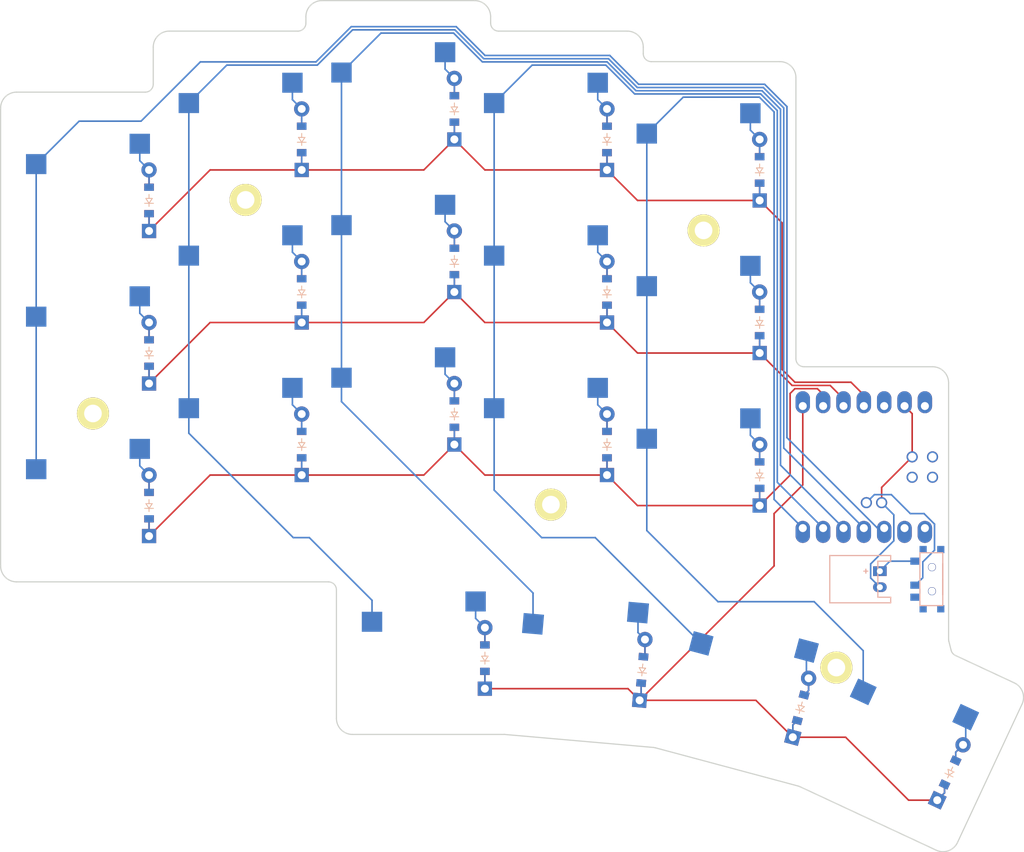
<source format=kicad_pcb>
(kicad_pcb (version 20241229) (generator "pcbnew") (generator_version "9.0")
  (title_block (title "pcb_left") (date "2026-01-03") (rev "4.2.1") (company "Ray Yamada"))
  (layers (0 "F.Cu" signal) (2 "B.Cu" signal) (13 "F.Paste" user) (15 "B.Paste" user) (5 "F.SilkS" user "F.Silkscreen") (7 "B.SilkS" user "B.Silkscreen") (1 "F.Mask" user) (3 "B.Mask" user) (25 "Edge.Cuts" user))
  (net 0 "")
  (net 1 "P2")
  (net 2 "c1_r1")
  (net 3 "c1_r2")
  (net 4 "c1_r3")
  (net 5 "P3")
  (net 6 "c2_r1")
  (net 7 "c2_r2")
  (net 8 "c2_r3")
  (net 9 "P4")
  (net 10 "c3_r1")
  (net 11 "c3_r2")
  (net 12 "c3_r3")
  (net 13 "P5")
  (net 14 "c4_r1")
  (net 15 "c4_r2")
  (net 16 "c4_r3")
  (net 17 "P6")
  (net 18 "c5_r1")
  (net 19 "c5_r2")
  (net 20 "c5_r3")
  (net 21 "t1_r")
  (net 22 "t2_r")
  (net 23 "t3_r")
  (net 24 "t4_r")
  (net 25 "pos")
  (net 26 "RAW")
  (net 27 "P8")
  (net 28 "P9")
  (net 29 "P10")
  (net 30 "P7")
  (net 31 "VCC5")
  (net 32 "GND")
  (net 33 "VCC3")
  (net 34 "RST")
  (net 35 "CLK")
  (net 36 "DIO")
  (net 37 "P0")
  (net 38 "P1")
  (footprint "E73:SPDT_C128955" (layer "F.Cu") (at 184.7 161.19 -90)
    (property "Reference" "T1" (hide yes))
    (property "Value" "" (hide yes))
  )
  (footprint "ComboDiode" (layer "F.Cu") (at 87 152 90)
    (property "Reference" "D1" (hide yes))
    (property "Value" "" (hide yes))
  )
  (footprint "ComboDiode" (layer "F.Cu") (at 128.91 171.05 90)
    (property "Reference" "D16" (hide yes))
    (property "Value" "" (hide yes))
  )
  (footprint "ComboDiode" (layer "F.Cu") (at 144.15 106.28 90)
    (property "Reference" "D12" (hide yes))
    (property "Value" "" (hide yes))
  )
  (footprint "MX" (layer "F.Cu") (at 137.15 142.38)
    (property "Reference" "S10" (hide yes))
    (property "Value" "" (hide yes))
  )
  (footprint "ComboDiode" (layer "F.Cu") (at 106.05 125.33 90)
    (property "Reference" "D5" (hide yes))
    (property "Value" "" (hide yes))
  )
  (footprint "ComboDiode" (layer "F.Cu") (at 87 132.95 90)
    (property "Reference" "D2" (hide yes))
    (property "Value" "" (hide yes))
  )
  (footprint "ComboDiode" (layer "F.Cu") (at 144.15 125.33 90)
    (property "Reference" "D11" (hide yes))
    (property "Value" "" (hide yes))
  )
  (footprint "MX" (layer "F.Cu") (at 137.15 104.28)
    (property "Reference" "S12" (hide yes))
    (property "Value" "" (hide yes))
  )
  (footprint "ComboDiode" (layer "F.Cu") (at 186.970335 185.32962 65)
    (property "Reference" "D19" (hide yes))
    (property "Value" "" (hide yes))
  )
  (footprint "MX" (layer "F.Cu") (at 80 150)
    (property "Reference" "S1" (hide yes))
    (property "Value" "" (hide yes))
  )
  (footprint "ComboDiode" (layer "F.Cu") (at 125.1 121.52 90)
    (property "Reference" "D8" (hide yes))
    (property "Value" "" (hide yes))
  )
  (footprint "ComboDiode" (layer "F.Cu") (at 125.1 102.47 90)
    (property "Reference" "D9" (hide yes))
    (property "Value" "" (hide yes))
  )
  (footprint "MX" (layer "F.Cu") (at 121.91 169.05)
    (property "Reference" "S16" (hide yes))
    (property "Value" "" (hide yes))
  )
  (footprint "MX" (layer "F.Cu") (at 141.753913 169.916404 -5)
    (property "Reference" "S17" (hide yes))
    (property "Value" "" (hide yes))
  )
  (footprint "MX" (layer "F.Cu") (at 162.078204 173.500125 -15)
    (property "Reference" "S18" (hide yes))
    (property "Value" "" (hide yes))
  )
  (footprint "ComboDiode" (layer "F.Cu") (at 144.15 144.38 90)
    (property "Reference" "D10" (hide yes))
    (property "Value" "" (hide yes))
  )
  (footprint "MX" (layer "F.Cu") (at 118.1 119.52)
    (property "Reference" "S8" (hide yes))
    (property "Value" "" (hide yes))
  )
  (footprint "MX" (layer "F.Cu") (at 118.1 138.57)
    (property "Reference" "S7" (hide yes))
    (property "Value" "" (hide yes))
  )
  (footprint "MX" (layer "F.Cu") (at 99.05 104.28)
    (property "Reference" "S6" (hide yes))
    (property "Value" "" (hide yes))
  )
  (footprint "HOLE_M2_TH" (layer "F.Cu") (at 137.15 151.88)
    (property "Reference" "")
    (property "Value" "")
  )
  (footprint "ComboDiode" (layer "F.Cu") (at 148.552964 172.518884 85)
    (property "Reference" "D17" (hide yes))
    (property "Value" "" (hide yes))
  )
  (footprint "MX" (layer "F.Cu") (at 118.1 100.47)
    (property "Reference" "S9" (hide yes))
    (property "Value" "" (hide yes))
  )
  (footprint "JST_PH_S2B-PH-K_02x2.00mm_Angled" (layer "F.Cu") (at 178.2 161.19 -90)
    (property "Reference" "JST1" (hide yes))
    (property "Value" "" (hide yes))
  )
  (footprint "MX" (layer "F.Cu") (at 181.471417 180.558677 -25)
    (property "Reference" "S19" (hide yes))
    (property "Value" "" (hide yes))
  )
  (footprint "ComboDiode" (layer "F.Cu") (at 106.05 106.28 90)
    (property "Reference" "D6" (hide yes))
    (property "Value" "" (hide yes))
  )
  (footprint "MX" (layer "F.Cu") (at 137.15 123.33)
    (property "Reference" "S11" (hide yes))
    (property "Value" "" (hide yes))
  )
  (footprint "ComboDiode" (layer "F.Cu") (at 163.2 110.09 90)
    (property "Reference" "D15" (hide yes))
    (property "Value" "" (hide yes))
  )
  (footprint "ComboDiode" (layer "F.Cu") (at 125.1 140.57 90)
    (property "Reference" "D7" (hide yes))
    (property "Value" "" (hide yes))
  )
  (footprint "MX" (layer "F.Cu") (at 80 111.9)
    (property "Reference" "S3" (hide yes))
    (property "Value" "" (hide yes))
  )
  (footprint "ComboDiode" (layer "F.Cu") (at 87 113.9 90)
    (property "Reference" "D3" (hide yes))
    (property "Value" "" (hide yes))
  )
  (footprint "ComboDiode" (layer "F.Cu") (at 163.2 148.19 90)
    (property "Reference" "D13" (hide yes))
    (property "Value" "" (hide yes))
  )
  (footprint "HOLE_M2_TH" (layer "F.Cu") (at 80 140.5)
    (property "Reference" "")
    (property "Value" "")
  )
  (footprint "HOLE_M2_TH" (layer "F.Cu") (at 99.05 113.83)
    (property "Reference" "")
    (property "Value" "")
  )
  (footprint "MX" (layer "F.Cu") (at 156.2 127.14)
    (property "Reference" "S14" (hide yes))
    (property "Value" "" (hide yes))
  )
  (footprint "MX" (layer "F.Cu") (at 99.05 142.38)
    (property "Reference" "S4" (hide yes))
    (property "Value" "" (hide yes))
  )
  (footprint "ComboDiode" (layer "F.Cu") (at 106.05 144.38 90)
    (property "Reference" "D4" (hide yes))
    (property "Value" "" (hide yes))
  )
  (footprint "ComboDiode" (layer "F.Cu") (at 163.2 129.14 90)
    (property "Reference" "D14" (hide yes))
    (property "Value" "" (hide yes))
  )
  (footprint "xiao-ble" (layer "F.Cu") (at 176.2 147.19 -90)
    (property "Reference" "_1" (hide yes))
    (property "Value" "" (hide yes))
  )
  (footprint "MX" (layer "F.Cu") (at 80 130.95)
    (property "Reference" "S2" (hide yes))
    (property "Value" "" (hide yes))
  )
  (footprint "MX" (layer "F.Cu") (at 156.2 108.09)
    (property "Reference" "S15" (hide yes))
    (property "Value" "" (hide yes))
  )
  (footprint "HOLE_M2_TH" (layer "F.Cu") (at 156.2 117.64)
    (property "Reference" "")
    (property "Value" "")
  )
  (footprint "MX" (layer "F.Cu") (at 156.2 146.19)
    (property "Reference" "S13" (hide yes))
    (property "Value" "" (hide yes))
  )
  (footprint "HOLE_M2_TH" (layer "F.Cu") (at 172.772738 172.224612 -15)
    (property "Reference" "")
    (property "Value" "")
  )
  (footprint "MX" (layer "F.Cu") (at 99.05 123.33)
    (property "Reference" "S5" (hide yes))
    (property "Value" "" (hide yes))
  )
  (footprint "ComboDiode" (layer "F.Cu") (at 168.322047 177.24371 75)
    (property "Reference" "D18" (hide yes))
    (property "Value" "" (hide yes))
  )
  (gr_arc (start 106.575 91.755) (mid 106.282107 92.462107) (end 105.575 92.755) (stroke (width 0.15)) (layer "Edge.Cuts"))
  (gr_arc (start 87.525 94.755) (mid 88.110786 93.340786) (end 89.525 92.755) (stroke (width 0.15)) (layer "Edge.Cuts"))
  (gr_arc (start 109.385 161.525) (mid 110.092107 161.817893) (end 110.385 162.525) (stroke (width 0.15)) (layer "Edge.Cuts"))
  (gr_line (start 106.575 90.945) (end 106.575 91.755) (stroke (width 0.15)) (layer "Edge.Cuts"))
  (gr_line (start 131.391173 180.578805) (end 149.97673 182.204831) (stroke (width 0.15)) (layer "Edge.Cuts"))
  (gr_line (start 167.725 133.665) (end 167.725 98.565) (stroke (width 0.15)) (layer "Edge.Cuts"))
  (gr_line (start 127.625 88.945) (end 108.575 88.945) (stroke (width 0.15)) (layer "Edge.Cuts"))
  (gr_arc (start 165.725 96.565) (mid 167.139214 97.150786) (end 167.725 98.565) (stroke (width 0.15)) (layer "Edge.Cuts"))
  (gr_arc (start 149.675 96.565) (mid 148.967893 96.272107) (end 148.675 95.565) (stroke (width 0.15)) (layer "Edge.Cuts"))
  (gr_arc (start 70.475 161.525) (mid 69.060786 160.939214) (end 68.475 159.525) (stroke (width 0.15)) (layer "Edge.Cuts"))
  (gr_arc (start 184.775 134.665) (mid 186.189214 135.250786) (end 186.775 136.665) (stroke (width 0.15)) (layer "Edge.Cuts"))
  (gr_arc (start 187.891175 194.061934) (mid 186.762603 195.096059) (end 185.233323 195.029313) (stroke (width 0.15)) (layer "Edge.Cuts"))
  (gr_line (start 187.089052 170.054129) (end 186.805083 168.922707) (stroke (width 0.15)) (layer "Edge.Cuts"))
  (gr_line (start 110.385 162.525) (end 110.385 178.575) (stroke (width 0.15)) (layer "Edge.Cuts"))
  (gr_line (start 187.891175 194.061934) (end 195.942053 176.796771) (stroke (width 0.15)) (layer "Edge.Cuts"))
  (gr_line (start 70.475 161.525) (end 109.385 161.525) (stroke (width 0.15)) (layer "Edge.Cuts"))
  (gr_line (start 68.475 102.375) (end 68.475 159.525) (stroke (width 0.15)) (layer "Edge.Cuts"))
  (gr_arc (start 146.675 92.755) (mid 148.089214 93.340786) (end 148.675 94.755) (stroke (width 0.15)) (layer "Edge.Cuts"))
  (gr_line (start 186.775 168.679272) (end 186.775 136.665) (stroke (width 0.15)) (layer "Edge.Cuts"))
  (gr_arc (start 131.304017 180.575) (mid 131.347636 180.575952) (end 131.391173 180.578805) (stroke (width 0.15)) (layer "Edge.Cuts"))
  (gr_arc (start 168.042235 187.02974) (mid 168.125435 187.055976) (end 168.206034 187.089358) (stroke (width 0.15)) (layer "Edge.Cuts"))
  (gr_line (start 86.525 100.375) (end 70.475 100.375) (stroke (width 0.15)) (layer "Edge.Cuts"))
  (gr_arc (start 87.525 99.375) (mid 87.232107 100.082107) (end 86.525 100.375) (stroke (width 0.15)) (layer "Edge.Cuts"))
  (gr_line (start 129.625 91.755) (end 129.625 90.945) (stroke (width 0.15)) (layer "Edge.Cuts"))
  (gr_arc (start 68.475 102.375) (mid 69.060786 100.960786) (end 70.475 100.375) (stroke (width 0.15)) (layer "Edge.Cuts"))
  (gr_line (start 194.974674 174.138919) (end 187.636351 170.717003) (stroke (width 0.15)) (layer "Edge.Cuts"))
  (gr_arc (start 130.625 92.755) (mid 129.917893 92.462107) (end 129.625 91.755) (stroke (width 0.15)) (layer "Edge.Cuts"))
  (gr_arc (start 106.575 90.945) (mid 107.160786 89.530786) (end 108.575 88.945) (stroke (width 0.15)) (layer "Edge.Cuts"))
  (gr_line (start 148.675 95.565) (end 148.675 94.755) (stroke (width 0.15)) (layer "Edge.Cuts"))
  (gr_line (start 146.675 92.755) (end 130.625 92.755) (stroke (width 0.15)) (layer "Edge.Cuts"))
  (gr_line (start 112.385 180.575) (end 131.304017 180.575) (stroke (width 0.15)) (layer "Edge.Cuts"))
  (gr_arc (start 187.636351 170.717003) (mid 187.287851 170.447369) (end 187.089052 170.054129) (stroke (width 0.15)) (layer "Edge.Cuts"))
  (gr_arc (start 149.97673 182.204831) (mid 150.063223 182.216216) (end 150.148393 182.2351) (stroke (width 0.15)) (layer "Edge.Cuts"))
  (gr_line (start 87.525 94.755) (end 87.525 99.375) (stroke (width 0.15)) (layer "Edge.Cuts"))
  (gr_arc (start 194.974674 174.138919) (mid 196.008782 175.267495) (end 195.942053 176.796771) (stroke (width 0.15)) (layer "Edge.Cuts"))
  (gr_line (start 168.206034 187.089358) (end 185.233323 195.029313) (stroke (width 0.15)) (layer "Edge.Cuts"))
  (gr_arc (start 112.385 180.575) (mid 110.970786 179.989214) (end 110.385 178.575) (stroke (width 0.15)) (layer "Edge.Cuts"))
  (gr_line (start 150.148393 182.2351) (end 168.042235 187.02974) (stroke (width 0.15)) (layer "Edge.Cuts"))
  (gr_line (start 184.775 134.665) (end 168.725 134.665) (stroke (width 0.15)) (layer "Edge.Cuts"))
  (gr_arc (start 168.725 134.665) (mid 168.017893 134.372107) (end 167.725 133.665) (stroke (width 0.15)) (layer "Edge.Cuts"))
  (gr_line (start 165.725 96.565) (end 149.675 96.565) (stroke (width 0.15)) (layer "Edge.Cuts"))
  (gr_line (start 105.575 92.755) (end 89.525 92.755) (stroke (width 0.15)) (layer "Edge.Cuts"))
  (gr_arc (start 127.625 88.945) (mid 129.039214 89.530786) (end 129.625 90.945) (stroke (width 0.15)) (layer "Edge.Cuts"))
  (gr_arc (start 186.805083 168.922707) (mid 186.782553 168.801915) (end 186.775 168.679272) (stroke (width 0.15)) (layer "Edge.Cuts"))
  (segment (start 107.8339 96.599) (end 112.2349 92.198) (width 0.2) (layer "B.Cu") (net 1))
  (segment (start 163.8234 99.396) (end 166.604 102.1766) (width 0.2) (layer "B.Cu") (net 1))
  (segment (start 166.604 143.51553) (end 177.89847 154.81) (width 0.2) (layer "B.Cu") (net 1))
  (segment (start 72.915 128.41) (end 72.915 147.46) (width 0.2) (layer "B.Cu") (net 1))
  (segment (start 78.275 104) (end 86 104) (width 0.2) (layer "B.Cu") (net 1))
  (segment (start 72.915 109.36) (end 72.915 128.41) (width 0.2) (layer "B.Cu") (net 1))
  (segment (start 166.604 102.1766) (end 166.604 143.51553) (width 0.2) (layer "B.Cu") (net 1))
  (segment (start 148.0973 99.396) (end 163.8234 99.396) (width 0.2) (layer "B.Cu") (net 1))
  (segment (start 112.2349 92.198) (end 125.3322 92.198) (width 0.2) (layer "B.Cu") (net 1))
  (segment (start 144.4983 95.797) (end 148.0973 99.396) (width 0.2) (layer "B.Cu") (net 1))
  (segment (start 93.401 96.599) (end 107.8339 96.599) (width 0.2) (layer "B.Cu") (net 1))
  (segment (start 125.3322 92.198) (end 128.9312 95.797) (width 0.2) (layer "B.Cu") (net 1))
  (segment (start 72.915 109.36) (end 78.275 104) (width 0.2) (layer "B.Cu") (net 1))
  (segment (start 128.9312 95.797) (end 144.4983 95.797) (width 0.2) (layer "B.Cu") (net 1))
  (segment (start 177.89847 154.81) (end 178.74 154.81) (width 0.2) (layer "B.Cu") (net 1))
  (segment (start 86 104) (end 93.401 96.599) (width 0.2) (layer "B.Cu") (net 1))
  (segment (start 87 148.19) (end 87 150.35) (width 0.2) (layer "F.Cu") (net 2))
  (segment (start 87 148.19) (end 87 150.35) (width 0.2) (layer "B.Cu") (net 2))
  (segment (start 85.842 147.032) (end 87 148.19) (width 0.2) (layer "B.Cu") (net 2))
  (segment (start 85.842 144.92) (end 85.842 147.032) (width 0.2) (layer "B.Cu") (net 2))
  (segment (start 87 129.14) (end 87 131.3) (width 0.2) (layer "F.Cu") (net 3))
  (segment (start 85.842 125.87) (end 85.842 127.982) (width 0.2) (layer "B.Cu") (net 3))
  (segment (start 87 129.14) (end 87 131.3) (width 0.2) (layer "B.Cu") (net 3))
  (segment (start 85.842 127.982) (end 87 129.14) (width 0.2) (layer "B.Cu") (net 3))
  (segment (start 87 110.09) (end 87 112.25) (width 0.2) (layer "F.Cu") (net 4))
  (segment (start 87 110.09) (end 87 112.25) (width 0.2) (layer "B.Cu") (net 4))
  (segment (start 85.842 106.82) (end 85.842 108.932) (width 0.2) (layer "B.Cu") (net 4))
  (segment (start 85.842 108.932) (end 87 110.09) (width 0.2) (layer "B.Cu") (net 4))
  (segment (start 144.3322 96.198) (end 147.9312 99.797) (width 0.2) (layer "B.Cu") (net 5))
  (segment (start 112.401 92.599) (end 125.1661 92.599) (width 0.2) (layer "B.Cu") (net 5))
  (segment (start 91.965 120.79) (end 91.965 139.84) (width 0.2) (layer "B.Cu") (net 5))
  (segment (start 163.6573 99.797) (end 166.203 102.3427) (width 0.2) (layer "B.Cu") (net 5))
  (segment (start 91.965 101.74) (end 96.705 97) (width 0.2) (layer "B.Cu") (net 5))
  (segment (start 91.965 101.74) (end 91.965 120.79) (width 0.2) (layer "B.Cu") (net 5))
  (segment (start 114.825 166.51) (end 114.825 163.825) (width 0.2) (layer "B.Cu") (net 5))
  (segment (start 114.825 163.825) (end 107 156) (width 0.2) (layer "B.Cu") (net 5))
  (segment (start 108 97) (end 112.401 92.599) (width 0.2) (layer "B.Cu") (net 5))
  (segment (start 96.705 97) (end 108 97) (width 0.2) (layer "B.Cu") (net 5))
  (segment (start 125.1661 92.599) (end 128.7651 96.198) (width 0.2) (layer "B.Cu") (net 5))
  (segment (start 147.9312 99.797) (end 163.6573 99.797) (width 0.2) (layer "B.Cu") (net 5))
  (segment (start 166.203 102.3427) (end 166.203 144.813) (width 0.2) (layer "B.Cu") (net 5))
  (segment (start 91.965 142.965) (end 91.965 139.84) (width 0.2) (layer "B.Cu") (net 5))
  (segment (start 107 156) (end 105 156) (width 0.2) (layer "B.Cu") (net 5))
  (segment (start 128.7651 96.198) (end 144.3322 96.198) (width 0.2) (layer "B.Cu") (net 5))
  (segment (start 105 156) (end 91.965 142.965) (width 0.2) (layer "B.Cu") (net 5))
  (segment (start 166.203 144.813) (end 176.2 154.81) (width 0.2) (layer "B.Cu") (net 5))
  (segment (start 106.05 140.57) (end 106.05 142.73) (width 0.2) (layer "F.Cu") (net 6))
  (segment (start 104.892 137.3) (end 104.892 139.412) (width 0.2) (layer "B.Cu") (net 6))
  (segment (start 106.05 140.57) (end 106.05 142.73) (width 0.2) (layer "B.Cu") (net 6))
  (segment (start 104.892 139.412) (end 106.05 140.57) (width 0.2) (layer "B.Cu") (net 6))
  (segment (start 106.05 121.52) (end 106.05 123.68) (width 0.2) (layer "F.Cu") (net 7))
  (segment (start 106.05 121.52) (end 106.05 123.68) (width 0.2) (layer "B.Cu") (net 7))
  (segment (start 104.892 120.362) (end 106.05 121.52) (width 0.2) (layer "B.Cu") (net 7))
  (segment (start 104.892 118.25) (end 104.892 120.362) (width 0.2) (layer "B.Cu") (net 7))
  (segment (start 106.05 102.47) (end 106.05 104.63) (width 0.2) (layer "F.Cu") (net 8))
  (segment (start 104.892 99.2) (end 104.892 101.312) (width 0.2) (layer "B.Cu") (net 8))
  (segment (start 104.892 101.312) (end 106.05 102.47) (width 0.2) (layer "B.Cu") (net 8))
  (segment (start 106.05 102.47) (end 106.05 104.63) (width 0.2) (layer "B.Cu") (net 8))
  (segment (start 115.945 93) (end 125 93) (width 0.2) (layer "B.Cu") (net 9))
  (segment (start 165.802 146.952) (end 173.66 154.81) (width 0.2) (layer "B.Cu") (net 9))
  (segment (start 111.015 136.03) (end 111.015 139.015) (width 0.2) (layer "B.Cu") (net 9))
  (segment (start 111.015 97.93) (end 111.015 116.98) (width 0.2) (layer "B.Cu") (net 9))
  (segment (start 144.1661 96.599) (end 147.7651 100.198) (width 0.2) (layer "B.Cu") (net 9))
  (segment (start 111.015 97.93) (end 115.945 93) (width 0.2) (layer "B.Cu") (net 9))
  (segment (start 128.599 96.599) (end 144.1661 96.599) (width 0.2) (layer "B.Cu") (net 9))
  (segment (start 147.7651 100.198) (end 163.4912 100.198) (width 0.2) (layer "B.Cu") (net 9))
  (segment (start 165.802 102.5088) (end 165.802 146.952) (width 0.2) (layer "B.Cu") (net 9))
  (segment (start 125 93) (end 128.599 96.599) (width 0.2) (layer "B.Cu") (net 9))
  (segment (start 163.4912 100.198) (end 165.802 102.5088) (width 0.2) (layer "B.Cu") (net 9))
  (segment (start 134.917249 162.917249) (end 134.917249 166.768571) (width 0.2) (layer "B.Cu") (net 9))
  (segment (start 111.015 116.98) (end 111.015 136.03) (width 0.2) (layer "B.Cu") (net 9))
  (segment (start 111.015 139.015) (end 134.917249 162.917249) (width 0.2) (layer "B.Cu") (net 9))
  (segment (start 125.1 136.76) (end 125.1 138.92) (width 0.2) (layer "F.Cu") (net 10))
  (segment (start 123.942 135.602) (end 125.1 136.76) (width 0.2) (layer "B.Cu") (net 10))
  (segment (start 123.942 133.49) (end 123.942 135.602) (width 0.2) (layer "B.Cu") (net 10))
  (segment (start 125.1 136.76) (end 125.1 138.92) (width 0.2) (layer "B.Cu") (net 10))
  (segment (start 125.1 117.71) (end 125.1 119.87) (width 0.2) (layer "F.Cu") (net 11))
  (segment (start 123.942 116.552) (end 125.1 117.71) (width 0.2) (layer "B.Cu") (net 11))
  (segment (start 123.942 114.44) (end 123.942 116.552) (width 0.2) (layer "B.Cu") (net 11))
  (segment (start 125.1 117.71) (end 125.1 119.87) (width 0.2) (layer "B.Cu") (net 11))
  (segment (start 125.1 98.66) (end 125.1 100.82) (width 0.2) (layer "F.Cu") (net 12))
  (segment (start 123.942 95.39) (end 123.942 97.502) (width 0.2) (layer "B.Cu") (net 12))
  (segment (start 123.942 97.502) (end 125.1 98.66) (width 0.2) (layer "B.Cu") (net 12))
  (segment (start 125.1 98.66) (end 125.1 100.82) (width 0.2) (layer "B.Cu") (net 12))
  (segment (start 134.805 97) (end 144 97) (width 0.2) (layer "B.Cu") (net 13))
  (segment (start 163.3251 100.599) (end 165.401 102.6749) (width 0.2) (layer "B.Cu") (net 13))
  (segment (start 136 156) (end 142.67908 156) (width 0.2) (layer "B.Cu") (net 13))
  (segment (start 130.065 150.065) (end 136 156) (width 0.2) (layer "B.Cu") (net 13))
  (segment (start 130.065 139.84) (end 130.065 150.065) (width 0.2) (layer "B.Cu") (net 13))
  (segment (start 130.065 139.84) (end 130.065 120.79) (width 0.2) (layer "B.Cu") (net 13))
  (segment (start 165.401 149.091) (end 171.12 154.81) (width 0.2) (layer "B.Cu") (net 13))
  (segment (start 165.401 102.6749) (end 165.401 149.091) (width 0.2) (layer "B.Cu") (net 13))
  (segment (start 147.599 100.599) (end 163.3251 100.599) (width 0.2) (layer "B.Cu") (net 13))
  (segment (start 144 97) (end 147.599 100.599) (width 0.2) (layer "B.Cu") (net 13))
  (segment (start 142.67908 156) (end 155.89202 169.21294) (width 0.2) (layer "B.Cu") (net 13))
  (segment (start 130.065 101.74) (end 134.805 97) (width 0.2) (layer "B.Cu") (net 13))
  (segment (start 130.065 120.79) (end 130.065 101.74) (width 0.2) (layer "B.Cu") (net 13))
  (segment (start 144.15 140.57) (end 144.15 142.73) (width 0.2) (layer "F.Cu") (net 14))
  (segment (start 144.15 140.57) (end 144.15 142.73) (width 0.2) (layer "B.Cu") (net 14))
  (segment (start 142.992 139.412) (end 144.15 140.57) (width 0.2) (layer "B.Cu") (net 14))
  (segment (start 142.992 137.3) (end 142.992 139.412) (width 0.2) (layer "B.Cu") (net 14))
  (segment (start 144.15 121.52) (end 144.15 123.68) (width 0.2) (layer "F.Cu") (net 15))
  (segment (start 142.992 118.25) (end 142.992 120.362) (width 0.2) (layer "B.Cu") (net 15))
  (segment (start 142.992 120.362) (end 144.15 121.52) (width 0.2) (layer "B.Cu") (net 15))
  (segment (start 144.15 121.52) (end 144.15 123.68) (width 0.2) (layer "B.Cu") (net 15))
  (segment (start 144.15 102.47) (end 144.15 104.63) (width 0.2) (layer "F.Cu") (net 16))
  (segment (start 144.15 102.47) (end 144.15 104.63) (width 0.2) (layer "B.Cu") (net 16))
  (segment (start 142.992 99.2) (end 142.992 101.312) (width 0.2) (layer "B.Cu") (net 16))
  (segment (start 142.992 101.312) (end 144.15 102.47) (width 0.2) (layer "B.Cu") (net 16))
  (segment (start 149.115 105.55) (end 149.115 124.6) (width 0.2) (layer "B.Cu") (net 17))
  (segment (start 149.115 143.65) (end 149.115 155.115) (width 0.2) (layer "B.Cu") (net 17))
  (segment (start 170 164) (end 176.123677 170.123677) (width 0.2) (layer "B.Cu") (net 17))
  (segment (start 158 164) (end 170 164) (width 0.2) (layer "B.Cu") (net 17))
  (segment (start 163.159 101) (end 165 102.841) (width 0.2) (layer "B.Cu") (net 17))
  (segment (start 149.115 105.55) (end 153.665 101) (width 0.2) (layer "B.Cu") (net 17))
  (segment (start 153.665 101) (end 163.159 101) (width 0.2) (layer "B.Cu") (net 17))
  (segment (start 176.123677 170.123677) (end 176.123677 175.262405) (width 0.2) (layer "B.Cu") (net 17))
  (segment (start 165 102.841) (end 165 151.23) (width 0.2) (layer "B.Cu") (net 17))
  (segment (start 149.115 155.115) (end 158 164) (width 0.2) (layer "B.Cu") (net 17))
  (segment (start 165 151.23) (end 168.58 154.81) (width 0.2) (layer "B.Cu") (net 17))
  (segment (start 149.115 124.6) (end 149.115 143.65) (width 0.2) (layer "B.Cu") (net 17))
  (segment (start 163.2 144.38) (end 163.2 146.54) (width 0.2) (layer "F.Cu") (net 18))
  (segment (start 163.2 144.38) (end 163.2 146.54) (width 0.2) (layer "B.Cu") (net 18))
  (segment (start 162.042 143.222) (end 163.2 144.38) (width 0.2) (layer "B.Cu") (net 18))
  (segment (start 162.042 141.11) (end 162.042 143.222) (width 0.2) (layer "B.Cu") (net 18))
  (segment (start 163.2 125.33) (end 163.2 127.49) (width 0.2) (layer "F.Cu") (net 19))
  (segment (start 162.042 124.172) (end 163.2 125.33) (width 0.2) (layer "B.Cu") (net 19))
  (segment (start 162.042 122.06) (end 162.042 124.172) (width 0.2) (layer "B.Cu") (net 19))
  (segment (start 163.2 125.33) (end 163.2 127.49) (width 0.2) (layer "B.Cu") (net 19))
  (segment (start 163.2 106.28) (end 163.2 108.44) (width 0.2) (layer "F.Cu") (net 20))
  (segment (start 163.2 106.28) (end 163.2 108.44) (width 0.2) (layer "B.Cu") (net 20))
  (segment (start 162.042 105.122) (end 163.2 106.28) (width 0.2) (layer "B.Cu") (net 20))
  (segment (start 162.042 103.01) (end 162.042 105.122) (width 0.2) (layer "B.Cu") (net 20))
  (segment (start 128.91 169.4) (end 128.91 167.24) (width 0.2) (layer "F.Cu") (net 21))
  (segment (start 127.752 163.97) (end 127.752 166.082) (width 0.2) (layer "B.Cu") (net 21))
  (segment (start 127.752 166.082) (end 128.91 167.24) (width 0.2) (layer "B.Cu") (net 21))
  (segment (start 128.91 167.24) (end 128.91 169.4) (width 0.2) (layer "B.Cu") (net 21))
  (segment (start 148.885027 168.723382) (end 148.885027 170.686907) (width 0.2) (layer "F.Cu") (net 22))
  (segment (start 148.885027 170.686907) (end 148.696771 170.875163) (width 0.2) (layer "F.Cu") (net 22))
  (segment (start 148.885027 168.723382) (end 148.885027 170.686907) (width 0.2) (layer "B.Cu") (net 22))
  (segment (start 148.016434 165.364899) (end 148.016434 167.854789) (width 0.2) (layer "B.Cu") (net 22))
  (segment (start 148.885027 170.686907) (end 148.696771 170.875163) (width 0.2) (layer "B.Cu") (net 22))
  (segment (start 148.016434 167.854789) (end 148.885027 168.723382) (width 0.2) (layer "B.Cu") (net 22))
  (segment (start 169.308148 175.090882) (end 168.749098 175.649932) (width 0.2) (layer "F.Cu") (net 23))
  (segment (start 169.308148 173.563533) (end 169.308148 175.090882) (width 0.2) (layer "F.Cu") (net 23))
  (segment (start 169.308148 175.090882) (end 168.749098 175.649932) (width 0.2) (layer "B.Cu") (net 23))
  (segment (start 169.035943 173.291328) (end 169.308148 173.563533) (width 0.2) (layer "B.Cu") (net 23))
  (segment (start 169.308148 173.563533) (end 169.308148 175.090882) (width 0.2) (layer "B.Cu") (net 23))
  (segment (start 169.035943 170.105243) (end 169.035943 173.291328) (width 0.2) (layer "B.Cu") (net 23))
  (segment (start 188.580511 181.876587) (end 187.667655 182.789443) (width 0.2) (layer "F.Cu") (net 24))
  (segment (start 187.667655 182.789443) (end 187.667655 183.834212) (width 0.2) (layer "F.Cu") (net 24))
  (segment (start 188.580511 181.876587) (end 187.667655 182.789443) (width 0.2) (layer "B.Cu") (net 24))
  (segment (start 188.912968 181.54413) (end 188.580511 181.876587) (width 0.2) (layer "B.Cu") (net 24))
  (segment (start 188.912968 178.423569) (end 188.912968 181.54413) (width 0.2) (layer "B.Cu") (net 24))
  (segment (start 187.667655 182.789443) (end 187.667655 183.834212) (width 0.2) (layer "B.Cu") (net 24))
  (segment (start 179.45 158.94) (end 178.2 160.19) (width 0.2) (layer "B.Cu") (net 25))
  (segment (start 182.625 158.94) (end 179.45 158.94) (width 0.2) (layer "B.Cu") (net 25))
  (segment (start 185.021 157.571) (end 185.021 154.31253) (width 0.2) (layer "B.Cu") (net 26))
  (segment (start 183.551 161.014) (end 183.551 159.041) (width 0.2) (layer "B.Cu") (net 26))
  (segment (start 183.70847 153) (end 182 153) (width 0.2) (layer "B.Cu") (net 26))
  (segment (start 179.6355 150.6355) (end 177.5165 150.6355) (width 0.2) (layer "B.Cu") (net 26))
  (segment (start 182 153) (end 179.6355 150.6355) (width 0.2) (layer "B.Cu") (net 26))
  (segment (start 177.5165 150.6355) (end 176.517 151.635) (width 0.2) (layer "B.Cu") (net 26))
  (segment (start 185.021 154.31253) (end 183.70847 153) (width 0.2) (layer "B.Cu") (net 26))
  (segment (start 182.625 161.94) (end 183.551 161.014) (width 0.2) (layer "B.Cu") (net 26))
  (segment (start 183.551 159.041) (end 185.021 157.571) (width 0.2) (layer "B.Cu") (net 26))
  (segment (start 167 138) (end 167 148.2) (width 0.2) (layer "F.Cu") (net 27))
  (segment (start 171.12 138.12) (end 170.401 137.401) (width 0.2) (layer "F.Cu") (net 27))
  (segment (start 94.62 148.19) (end 87 155.81) (width 0.2) (layer "F.Cu") (net 27))
  (segment (start 106.05 148.19) (end 94.62 148.19) (width 0.2) (layer "F.Cu") (net 27))
  (segment (start 121.29 148.19) (end 125.1 144.38) (width 0.2) (layer "F.Cu") (net 27))
  (segment (start 147.96 152) (end 163.2 152) (width 0.2) (layer "F.Cu") (net 27))
  (segment (start 144.15 148.19) (end 144.15 146.03) (width 0.2) (layer "F.Cu") (net 27))
  (segment (start 128.91 148.19) (end 144.15 148.19) (width 0.2) (layer "F.Cu") (net 27))
  (segment (start 167 148.2) (end 163.2 152) (width 0.2) (layer "F.Cu") (net 27))
  (segment (start 170.401 137.401) (end 167.599 137.401) (width 0.2) (layer "F.Cu") (net 27))
  (segment (start 106.05 148.19) (end 106.05 146.03) (width 0.2) (layer "F.Cu") (net 27))
  (segment (start 87 155.81) (end 87 153.65) (width 0.2) (layer "F.Cu") (net 27))
  (segment (start 144.15 148.19) (end 147.96 152) (width 0.2) (layer "F.Cu") (net 27))
  (segment (start 163.2 152) (end 163.2 149.84) (width 0.2) (layer "F.Cu") (net 27))
  (segment (start 171.12 139.57) (end 171.12 138.12) (width 0.2) (layer "F.Cu") (net 27))
  (segment (start 167.599 137.401) (end 167 138) (width 0.2) (layer "F.Cu") (net 27))
  (segment (start 125.1 144.38) (end 125.1 142.22) (width 0.2) (layer "F.Cu") (net 27))
  (segment (start 125.1 144.38) (end 128.91 148.19) (width 0.2) (layer "F.Cu") (net 27))
  (segment (start 106.05 148.19) (end 121.29 148.19) (width 0.2) (layer "F.Cu") (net 27))
  (segment (start 125.1 142.22) (end 125.1 144.38) (width 0.2) (layer "B.Cu") (net 27))
  (segment (start 163.2 149.84) (end 163.2 152) (width 0.2) (layer "B.Cu") (net 27))
  (segment (start 144.15 146.03) (end 144.15 148.19) (width 0.2) (layer "B.Cu") (net 27))
  (segment (start 87 155.81) (end 87 153.65) (width 0.2) (layer "B.Cu") (net 27))
  (segment (start 106.05 146.03) (end 106.05 148.19) (width 0.2) (layer "B.Cu") (net 27))
  (segment (start 94.62 129.14) (end 87 136.76) (width 0.2) (layer "F.Cu") (net 28))
  (segment (start 128.91 129.14) (end 125.1 125.33) (width 0.2) (layer "F.Cu") (net 28))
  (segment (start 125.1 125.33) (end 125.1 123.17) (width 0.2) (layer "F.Cu") (net 28))
  (segment (start 147.96 132.95) (end 144.15 129.14) (width 0.2) (layer "F.Cu") (net 28))
  (segment (start 144.15 129.14) (end 144.15 126.98) (width 0.2) (layer "F.Cu") (net 28))
  (segment (start 172 137) (end 167.25 137) (width 0.2) (layer "F.Cu") (net 28))
  (segment (start 121.29 129.14) (end 125.1 125.33) (width 0.2) (layer "F.Cu") (net 28))
  (segment (start 167.25 137) (end 163.2 132.95) (width 0.2) (layer "F.Cu") (net 28))
  (segment (start 173.66 139.57) (end 173.66 138.66) (width 0.2) (layer "F.Cu") (net 28))
  (segment (start 106.05 129.14) (end 94.62 129.14) (width 0.2) (layer "F.Cu") (net 28))
  (segment (start 163.2 132.95) (end 163.2 130.79) (width 0.2) (layer "F.Cu") (net 28))
  (segment (start 106.05 129.14) (end 106.05 126.98) (width 0.2) (layer "F.Cu") (net 28))
  (segment (start 87 136.76) (end 87 134.6) (width 0.2) (layer "F.Cu") (net 28))
  (segment (start 106.05 129.14) (end 121.29 129.14) (width 0.2) (layer "F.Cu") (net 28))
  (segment (start 173.66 138.66) (end 172 137) (width 0.2) (layer "F.Cu") (net 28))
  (segment (start 144.15 129.14) (end 128.91 129.14) (width 0.2) (layer "F.Cu") (net 28))
  (segment (start 163.2 132.95) (end 147.96 132.95) (width 0.2) (layer "F.Cu") (net 28))
  (segment (start 144.15 129.14) (end 144.15 126.98) (width 0.2) (layer "B.Cu") (net 28))
  (segment (start 87 134.6) (end 87 136.76) (width 0.2) (layer "B.Cu") (net 28))
  (segment (start 106.05 126.98) (end 106.05 129.14) (width 0.2) (layer "B.Cu") (net 28))
  (segment (start 125.1 123.17) (end 125.1 125.33) (width 0.2) (layer "B.Cu") (net 28))
  (segment (start 163.2 132.95) (end 163.2 130.79) (width 0.2) (layer "B.Cu") (net 28))
  (segment (start 106.05 110.09) (end 94.62 110.09) (width 0.2) (layer "F.Cu") (net 29))
  (segment (start 125.1 106.28) (end 128.91 110.09) (width 0.2) (layer "F.Cu") (net 29))
  (segment (start 144.15 110.09) (end 144.15 107.93) (width 0.2) (layer "F.Cu") (net 29))
  (segment (start 106.05 110.09) (end 106.05 107.93) (width 0.2) (layer "F.Cu") (net 29))
  (segment (start 176.2 138.2) (end 176.2 139.57) (width 0.2) (layer "F.Cu") (net 29))
  (segment (start 174.599 136.599) (end 176.2 138.2) (width 0.2) (layer "F.Cu") (net 29))
  (segment (start 106.05 110.09) (end 121.29 110.09) (width 0.2) (layer "F.Cu") (net 29))
  (segment (start 167.599 136.599) (end 174.599 136.599) (width 0.2) (layer "F.Cu") (net 29))
  (segment (start 87 115.55) (end 87 117.71) (width 0.2) (layer "F.Cu") (net 29))
  (segment (start 144.15 110.09) (end 147.96 113.9) (width 0.2) (layer "F.Cu") (net 29))
  (segment (start 94.62 110.09) (end 87 117.71) (width 0.2) (layer "F.Cu") (net 29))
  (segment (start 147.96 113.9) (end 163.2 113.9) (width 0.2) (layer "F.Cu") (net 29))
  (segment (start 166 116.7) (end 166 135) (width 0.2) (layer "F.Cu") (net 29))
  (segment (start 163.2 113.9) (end 166 116.7) (width 0.2) (layer "F.Cu") (net 29))
  (segment (start 128.91 110.09) (end 144.15 110.09) (width 0.2) (layer "F.Cu") (net 29))
  (segment (start 166 135) (end 167.599 136.599) (width 0.2) (layer "F.Cu") (net 29))
  (segment (start 121.29 110.09) (end 125.1 106.28) (width 0.2) (layer "F.Cu") (net 29))
  (segment (start 163.2 113.9) (end 163.2 111.74) (width 0.2) (layer "F.Cu") (net 29))
  (segment (start 125.1 106.28) (end 125.1 104.12) (width 0.2) (layer "F.Cu") (net 29))
  (segment (start 144.15 107.93) (end 144.15 110.09) (width 0.2) (layer "B.Cu") (net 29))
  (segment (start 163.2 111.74) (end 163.2 113.9) (width 0.2) (layer "B.Cu") (net 29))
  (segment (start 87 115.55) (end 87 117.71) (width 0.2) (layer "B.Cu") (net 29))
  (segment (start 125.1 106.28) (end 125.1 104.12) (width 0.2) (layer "B.Cu") (net 29))
  (segment (start 106.05 110.09) (end 106.05 107.93) (width 0.2) (layer "B.Cu") (net 29))
  (segment (start 148.220901 176.314386) (end 165 159.535287) (width 0.2) (layer "F.Cu") (net 30))
  (segment (start 148.220901 176.314386) (end 162.726445 176.314386) (width 0.2) (layer "F.Cu") (net 30))
  (segment (start 167.335946 180.923887) (end 167.335946 179.396538) (width 0.2) (layer "F.Cu") (net 30))
  (segment (start 146.766515 174.86) (end 148.220901 176.314386) (width 0.2) (layer "F.Cu") (net 30))
  (segment (start 162.726445 176.314386) (end 167.335946 180.923887) (width 0.2) (layer "F.Cu") (net 30))
  (segment (start 148.409157 174.162605) (end 148.409157 176.12613) (width 0.2) (layer "F.Cu") (net 30))
  (segment (start 128.91 174.86) (end 146.766515 174.86) (width 0.2) (layer "F.Cu") (net 30))
  (segment (start 186.273015 187.869797) (end 185.360159 188.782653) (width 0.2) (layer "F.Cu") (net 30))
  (segment (start 181.782653 188.782653) (end 185.360159 188.782653) (width 0.2) (layer "F.Cu") (net 30))
  (segment (start 148.409157 176.12613) (end 148.220901 176.314386) (width 0.2) (layer "F.Cu") (net 30))
  (segment (start 168.58 149.42) (end 165 153) (width 0.2) (layer "F.Cu") (net 30))
  (segment (start 167.335946 180.923887) (end 173.923887 180.923887) (width 0.2) (layer "F.Cu") (net 30))
  (segment (start 186.273015 186.825028) (end 186.273015 187.869797) (width 0.2) (layer "F.Cu") (net 30))
  (segment (start 165 159.535287) (end 165 153) (width 0.2) (layer "F.Cu") (net 30))
  (segment (start 128.91 174.86) (end 128.91 172.7) (width 0.2) (layer "F.Cu") (net 30))
  (segment (start 168.58 139.57) (end 168.58 149.42) (width 0.2) (layer "F.Cu") (net 30))
  (segment (start 173.923887 180.923887) (end 181.782653 188.782653) (width 0.2) (layer "F.Cu") (net 30))
  (segment (start 167.335946 179.396538) (end 167.894996 178.837488) (width 0.2) (layer "F.Cu") (net 30))
  (segment (start 167.335946 180.923887) (end 167.335946 179.396538) (width 0.2) (layer "B.Cu") (net 30))
  (segment (start 167.335946 179.396538) (end 167.894996 178.837488) (width 0.2) (layer "B.Cu") (net 30))
  (segment (start 186.273015 186.825028) (end 186.273015 187.869797) (width 0.2) (layer "B.Cu") (net 30))
  (segment (start 148.409157 176.12613) (end 148.220901 176.314386) (width 0.2) (layer "B.Cu") (net 30))
  (segment (start 186.273015 187.869797) (end 185.360159 188.782653) (width 0.2) (layer "B.Cu") (net 30))
  (segment (start 128.91 172.7) (end 128.91 174.86) (width 0.2) (layer "B.Cu") (net 30))
  (segment (start 148.409157 174.162605) (end 148.409157 176.12613) (width 0.2) (layer "B.Cu") (net 30))
  (segment (start 178.422 149.73) (end 182.232 145.92) (width 0.2) (layer "F.Cu") (net 32))
  (segment (start 182.232 140.522) (end 181.28 139.57) (width 0.2) (layer "F.Cu") (net 32))
  (segment (start 182.232 145.92) (end 182.232 140.522) (width 0.2) (layer "F.Cu") (net 32))
  (segment (start 178.422 151.635) (end 178.422 149.73) (width 0.2) (layer "F.Cu") (net 32))
  (segment (start 178.2 162.19) (end 177.049 161.039) (width 0.2) (layer "B.Cu") (net 32))
  (segment (start 179.941 153.154) (end 178.422 151.635) (width 0.2) (layer "B.Cu") (net 32))
  (segment (start 177.049 161.039) (end 177.049 159.289) (width 0.2) (layer "B.Cu") (net 32))
  (segment (start 179.941 156.397) (end 179.941 153.154) (width 0.2) (layer "B.Cu") (net 32))
  (segment (start 177.049 159.289) (end 179.941 156.397) (width 0.2) (layer "B.Cu") (net 32))
)
</source>
